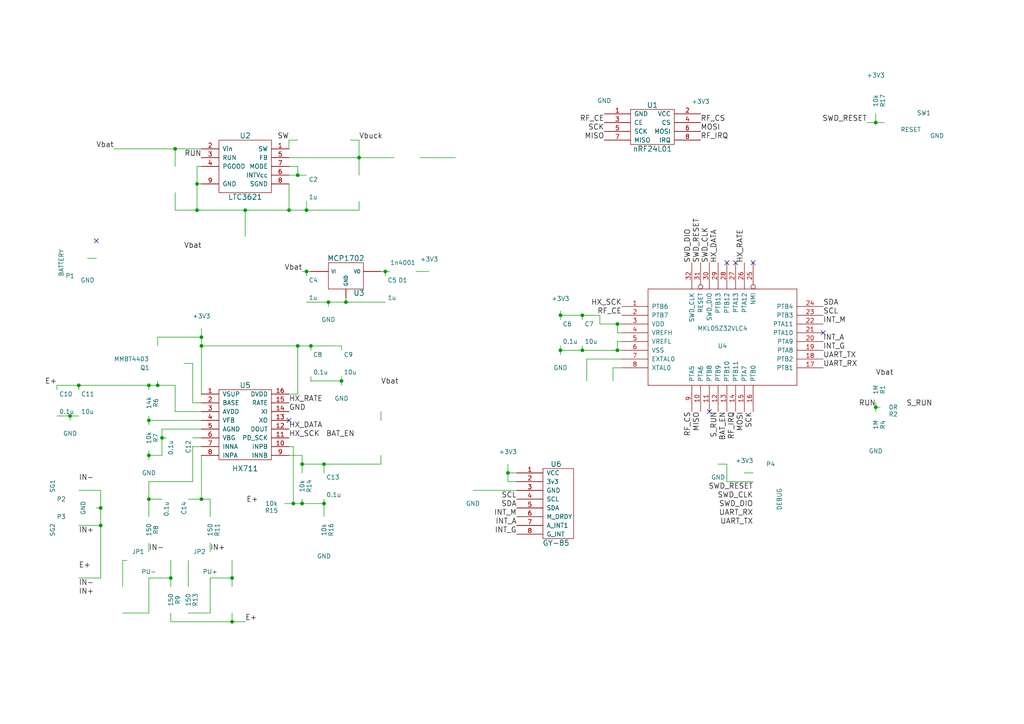
<source format=kicad_sch>
(kicad_sch (version 20230121) (generator eeschema)
  (paper "A4")
  (lib_symbols
    (symbol "pullometer:GY-85" (pin_names (offset 1.016))
      (property "Reference" "U" (at 0 11.43 0))
      (property "Value" "GY-85" (at 0 -11.43 0))
      (symbol "GY-85_0_1"
        (rectangle (start -3.81 10.16) (end 5.08 -10.16))
      )
      (symbol "GY-85_1_1"
        (pin power_in line (at -11.43 8.89 0) (length 7.62) (name "VCC") (number "1"))
        (pin power_in line (at -11.43 6.35 0) (length 7.62) (name "3v3") (number "2"))
        (pin power_in line (at -11.43 3.81 0) (length 7.62) (name "GND") (number "3"))
        (pin bidirectional line (at -11.43 1.27 0) (length 7.62) (name "SCL") (number "4"))
        (pin bidirectional line (at -11.43 -1.27 0) (length 7.62) (name "SDA") (number "5"))
        (pin output line (at -11.43 -3.81 0) (length 7.62) (name "M_DRDY") (number "6"))
        (pin output line (at -11.43 -6.35 0) (length 7.62) (name "A_INT1") (number "7"))
        (pin output line (at -11.43 -8.89 0) (length 7.62) (name "G_INT") (number "8"))
      )
    )
    (symbol "pullometer:HX711" (pin_names (offset 1.016))
      (property "Reference" "U" (at 0 10.16 0))
      (property "Value" "HX711" (at 0 -13.97 0))
      (symbol "HX711_0_1"
        (rectangle (start -7.62 8.89) (end 7.62 -11.43))
      )
      (symbol "HX711_1_1"
        (pin power_in line (at -12.7 7.62 0) (length 5.08) (name "VSUP") (number "1"))
        (pin input line (at 12.7 -7.62 180) (length 5.08) (name "INPB") (number "10"))
        (pin input line (at 12.7 -5.08 180) (length 5.08) (name "PD_SCK") (number "11"))
        (pin output line (at 12.7 -2.54 180) (length 5.08) (name "DOUT") (number "12"))
        (pin output line (at 12.7 0 180) (length 5.08) (name "XO") (number "13"))
        (pin input line (at 12.7 2.54 180) (length 5.08) (name "XI") (number "14"))
        (pin input line (at 12.7 5.08 180) (length 5.08) (name "RATE") (number "15"))
        (pin power_in line (at 12.7 7.62 180) (length 5.08) (name "DVDD") (number "16"))
        (pin output line (at -12.7 5.08 0) (length 5.08) (name "BASE") (number "2"))
        (pin power_in line (at -12.7 2.54 0) (length 5.08) (name "AVDD") (number "3"))
        (pin input line (at -12.7 0 0) (length 5.08) (name "VFB") (number "4"))
        (pin power_in line (at -12.7 -2.54 0) (length 5.08) (name "AGND") (number "5"))
        (pin output line (at -12.7 -5.08 0) (length 5.08) (name "VBG") (number "6"))
        (pin input line (at -12.7 -7.62 0) (length 5.08) (name "INNA") (number "7"))
        (pin input line (at -12.7 -10.16 0) (length 5.08) (name "INPA") (number "8"))
        (pin input line (at 12.7 -10.16 180) (length 5.08) (name "INNB") (number "9"))
      )
    )
    (symbol "pullometer:LTC3621" (pin_names (offset 1.016))
      (property "Reference" "U" (at 0 10.16 0))
      (property "Value" "LTC3621" (at 0 -7.62 0))
      (symbol "LTC3621_0_1"
        (rectangle (start -7.62 8.89) (end 7.62 -6.35))
      )
      (symbol "LTC3621_1_1"
        (pin power_out line (at 12.7 6.35 180) (length 5.08) (name "SW") (number "1"))
        (pin power_in line (at -12.7 6.35 0) (length 5.08) (name "Vin") (number "2"))
        (pin input line (at -12.7 3.81 0) (length 5.08) (name "RUN") (number "3"))
        (pin open_collector line (at -12.7 1.27 0) (length 5.08) (name "PGOOD") (number "4"))
        (pin input line (at 12.7 3.81 180) (length 5.08) (name "FB") (number "5"))
        (pin power_out line (at 12.7 -1.27 180) (length 5.08) (name "INTVcc") (number "6"))
        (pin input line (at 12.7 1.27 180) (length 5.08) (name "MODE") (number "7"))
        (pin power_in line (at 12.7 -3.81 180) (length 5.08) (name "SGND") (number "8"))
        (pin power_in line (at -12.7 -3.81 0) (length 5.08) (name "GND") (number "9"))
      )
    )
    (symbol "pullometer:MCP1702" (pin_numbers hide) (pin_names (offset 0.762))
      (property "Reference" "U" (at 3.81 -4.9784 0))
      (property "Value" "MCP1702" (at 0 5.08 0))
      (symbol "MCP1702_0_1"
        (rectangle (start -5.08 -3.81) (end 5.08 3.81))
      )
      (symbol "MCP1702_1_1"
        (pin input line (at 0 -6.35 90) (length 2.54) (name "GND") (number "1"))
        (pin power_out line (at 10.16 1.27 180) (length 5.08) (name "VO") (number "2"))
        (pin power_in line (at -10.16 1.27 0) (length 5.08) (name "VI") (number "3"))
      )
    )
    (symbol "pullometer:MKL05Z32VLC4" (pin_names (offset 1.016))
      (property "Reference" "U" (at 0 -2.54 0))
      (property "Value" "MKL05Z32VLC4" (at 0 2.54 0))
      (symbol "MKL05Z32VLC4_1_0"
        (rectangle (start -21.59 -13.97) (end 21.59 13.97))
      )
      (symbol "MKL05Z32VLC4_1_1"
        (pin unspecified line (at -29.21 8.89 0) (length 7.62) (name "PTB6") (number "1"))
        (pin unspecified line (at -6.35 -21.59 90) (length 7.62) (name "PTA6") (number "10"))
        (pin unspecified line (at -3.81 -21.59 90) (length 7.62) (name "PTB8") (number "11"))
        (pin unspecified line (at -1.27 -21.59 90) (length 7.62) (name "PTB9") (number "12"))
        (pin unspecified line (at 1.27 -21.59 90) (length 7.62) (name "PTB10") (number "13"))
        (pin unspecified line (at 3.81 -21.59 90) (length 7.62) (name "PTB11") (number "14"))
        (pin unspecified line (at 6.35 -21.59 90) (length 7.62) (name "PTA7") (number "15"))
        (pin unspecified line (at 8.89 -21.59 90) (length 7.62) (name "PTB0") (number "16"))
        (pin unspecified line (at 29.21 -8.89 180) (length 7.62) (name "PTB1") (number "17"))
        (pin unspecified line (at 29.21 -6.35 180) (length 7.62) (name "PTB2") (number "18"))
        (pin unspecified line (at 29.21 -3.81 180) (length 7.62) (name "PTA8") (number "19"))
        (pin unspecified line (at -29.21 6.35 0) (length 7.62) (name "PTB7") (number "2"))
        (pin unspecified line (at 29.21 -1.27 180) (length 7.62) (name "PTA9") (number "20"))
        (pin unspecified line (at 29.21 1.27 180) (length 7.62) (name "PTA10") (number "21"))
        (pin unspecified line (at 29.21 3.81 180) (length 7.62) (name "PTA11") (number "22"))
        (pin unspecified line (at 29.21 6.35 180) (length 7.62) (name "PTB3") (number "23"))
        (pin unspecified line (at 29.21 8.89 180) (length 7.62) (name "PTB4") (number "24"))
        (pin input inverted (at 8.89 21.59 270) (length 7.62) (name "NMI") (number "25"))
        (pin unspecified line (at 6.35 21.59 270) (length 7.62) (name "PTA12") (number "26"))
        (pin unspecified line (at 3.81 21.59 270) (length 7.62) (name "PTA13") (number "27"))
        (pin unspecified line (at 1.27 21.59 270) (length 7.62) (name "PTB12") (number "28"))
        (pin unspecified line (at -1.27 21.59 270) (length 7.62) (name "PTB13") (number "29"))
        (pin power_in line (at -29.21 3.81 0) (length 7.62) (name "VDD") (number "3"))
        (pin bidirectional line (at -3.81 21.59 270) (length 7.62) (name "SWD_DIO") (number "30"))
        (pin input inverted (at -6.35 21.59 270) (length 7.62) (name "RESET") (number "31"))
        (pin input line (at -8.89 21.59 270) (length 7.62) (name "SWD_CLK") (number "32"))
        (pin unspecified line (at -29.21 1.27 0) (length 7.62) (name "VREFH") (number "4"))
        (pin unspecified line (at -29.21 -1.27 0) (length 7.62) (name "VREFL") (number "5"))
        (pin power_in line (at -29.21 -3.81 0) (length 7.62) (name "VSS") (number "6"))
        (pin unspecified line (at -29.21 -6.35 0) (length 7.62) (name "EXTAL0") (number "7"))
        (pin unspecified line (at -29.21 -8.89 0) (length 7.62) (name "XTAL0") (number "8"))
        (pin unspecified line (at -8.89 -21.59 90) (length 7.62) (name "PTA5") (number "9"))
      )
    )
    (symbol "pullometer:nRF24L01" (pin_names (offset 1.016))
      (property "Reference" "U" (at 0 6.35 0))
      (property "Value" "nRF24L01" (at 0 -6.35 0))
      (symbol "nRF24L01_0_1"
        (rectangle (start -6.35 5.08) (end 6.35 -5.08))
      )
      (symbol "nRF24L01_1_1"
        (pin power_in line (at -13.97 3.81 0) (length 7.62) (name "GND") (number "1"))
        (pin power_in line (at 13.97 3.81 180) (length 7.62) (name "VCC") (number "2"))
        (pin input line (at -13.97 1.27 0) (length 7.62) (name "CE") (number "3"))
        (pin input line (at 13.97 1.27 180) (length 7.62) (name "CS") (number "4"))
        (pin input line (at -13.97 -1.27 0) (length 7.62) (name "SCK") (number "5"))
        (pin input line (at 13.97 -1.27 180) (length 7.62) (name "MOSI") (number "6"))
        (pin output line (at -13.97 -3.81 0) (length 7.62) (name "MISO") (number "7"))
        (pin output line (at 13.97 -3.81 180) (length 7.62) (name "IRQ") (number "8"))
      )
    )
  )
  (junction (at 85.09 146.05))
  (junction (at 43.18 111.76))
  (junction (at 90.17 100.33))
  (junction (at 43.18 121.92))
  (junction (at 168.91 101.6))
  (junction (at 67.31 167.64))
  (junction (at 168.91 91.44))
  (junction (at 179.07 101.6))
  (junction (at 50.8 43.18))
  (junction (at 43.18 132.08))
  (junction (at 254 35.56))
  (junction (at 46.99 127))
  (junction (at 254 118.11))
  (junction (at 86.36 50.8))
  (junction (at 162.56 101.6))
  (junction (at 87.63 146.05))
  (junction (at 20.32 120.65))
  (junction (at 162.56 91.44))
  (junction (at 86.36 100.33))
  (junction (at 29.21 147.32))
  (junction (at 71.12 60.96))
  (junction (at 99.06 110.49))
  (junction (at 29.21 152.4))
  (junction (at 100.33 87.63))
  (junction (at 43.18 144.78))
  (junction (at 22.86 111.76))
  (junction (at 93.98 134.62))
  (junction (at 87.63 134.62))
  (junction (at 93.98 146.05))
  (junction (at 104.14 45.72))
  (junction (at 111.76 78.74))
  (junction (at 95.25 87.63))
  (junction (at 147.32 137.16))
  (junction (at 58.42 100.33))
  (junction (at 88.9 78.74))
  (junction (at 57.15 53.34))
  (junction (at 88.9 60.96))
  (junction (at 57.15 60.96))
  (junction (at 67.31 180.34))
  (junction (at 58.42 144.78))
  (junction (at 58.42 97.79))
  (junction (at 45.72 111.76))
  (junction (at 179.07 93.98))
  (junction (at 49.53 167.64))
  (junction (at 83.82 60.96))
  (no_connect (at 210.82 76.2))
  (no_connect (at 27.94 69.85))
  (no_connect (at 205.74 119.38))
  (no_connect (at 213.36 76.2))
  (no_connect (at 238.76 96.52))
  (no_connect (at 218.44 76.2))
  (no_connect (at 83.82 121.92))
  (wire (pts (xy 29.21 142.24) (xy 22.86 142.24)))
  (wire (pts (xy 210.82 139.7) (xy 218.44 139.7)))
  (wire (pts (xy 49.53 162.56) (xy 49.53 167.64)))
  (wire (pts (xy 88.9 78.74) (xy 88.9 80.01)))
  (wire (pts (xy 54.61 177.8) (xy 60.96 177.8)))
  (wire (pts (xy 111.76 80.01) (xy 111.76 78.74)))
  (wire (pts (xy 93.98 134.62) (xy 110.49 134.62)))
  (wire (pts (xy 43.18 144.78) (xy 46.99 144.78)))
  (wire (pts (xy 86.36 48.26) (xy 86.36 50.8)))
  (wire (pts (xy 254 118.11) (xy 255.27 118.11)))
  (wire (pts (xy 45.72 97.79) (xy 58.42 97.79)))
  (wire (pts (xy 83.82 50.8) (xy 86.36 50.8)))
  (wire (pts (xy 86.36 100.33) (xy 90.17 100.33)))
  (wire (pts (xy 254 118.11) (xy 254 119.38)))
  (wire (pts (xy 35.56 170.18) (xy 35.56 162.56)))
  (wire (pts (xy 95.25 87.63) (xy 95.25 88.9)))
  (wire (pts (xy 179.07 93.98) (xy 180.34 93.98)))
  (wire (pts (xy 67.31 180.34) (xy 71.12 180.34)))
  (wire (pts (xy 83.82 45.72) (xy 104.14 45.72)))
  (wire (pts (xy 251.46 35.56) (xy 254 35.56)))
  (wire (pts (xy 29.21 147.32) (xy 27.94 147.32)))
  (wire (pts (xy 99.06 100.33) (xy 99.06 101.6)))
  (wire (pts (xy 87.63 134.62) (xy 87.63 137.16)))
  (wire (pts (xy 45.72 111.76) (xy 50.8 111.76)))
  (wire (pts (xy 29.21 147.32) (xy 29.21 152.4)))
  (wire (pts (xy 180.34 104.14) (xy 170.18 104.14)))
  (wire (pts (xy 104.14 45.72) (xy 104.14 50.8)))
  (wire (pts (xy 104.14 60.96) (xy 104.14 58.42)))
  (wire (pts (xy 87.63 78.74) (xy 88.9 78.74)))
  (wire (pts (xy 90.17 100.33) (xy 99.06 100.33)))
  (wire (pts (xy 43.18 121.92) (xy 43.18 123.19)))
  (wire (pts (xy 179.07 101.6) (xy 180.34 101.6)))
  (wire (pts (xy 55.88 116.84) (xy 55.88 105.41)))
  (wire (pts (xy 58.42 127) (xy 55.88 127)))
  (wire (pts (xy 99.06 110.49) (xy 99.06 111.76)))
  (wire (pts (xy 43.18 139.7) (xy 55.88 139.7)))
  (wire (pts (xy 50.8 119.38) (xy 58.42 119.38)))
  (wire (pts (xy 50.8 60.96) (xy 57.15 60.96)))
  (wire (pts (xy 147.32 139.7) (xy 149.86 139.7)))
  (wire (pts (xy 57.15 60.96) (xy 71.12 60.96)))
  (wire (pts (xy 43.18 111.76) (xy 43.18 113.03)))
  (wire (pts (xy 29.21 152.4) (xy 29.21 167.64)))
  (wire (pts (xy 168.91 92.71) (xy 168.91 91.44)))
  (wire (pts (xy 162.56 101.6) (xy 162.56 102.87)))
  (wire (pts (xy 168.91 91.44) (xy 173.99 91.44)))
  (wire (pts (xy 88.9 60.96) (xy 88.9 58.42)))
  (wire (pts (xy 104.14 40.64) (xy 101.6 40.64)))
  (wire (pts (xy 46.99 132.08) (xy 43.18 132.08)))
  (wire (pts (xy 100.33 87.63) (xy 100.33 86.36)))
  (wire (pts (xy 20.32 120.65) (xy 22.86 120.65)))
  (wire (pts (xy 16.51 120.65) (xy 20.32 120.65)))
  (wire (pts (xy 85.09 146.05) (xy 87.63 146.05)))
  (wire (pts (xy 149.86 137.16) (xy 147.32 137.16)))
  (wire (pts (xy 104.14 45.72) (xy 114.3 45.72)))
  (wire (pts (xy 90.17 100.33) (xy 90.17 101.6)))
  (wire (pts (xy 218.44 137.16) (xy 215.9 137.16)))
  (wire (pts (xy 16.51 111.76) (xy 22.86 111.76)))
  (wire (pts (xy 46.99 124.46) (xy 58.42 124.46)))
  (wire (pts (xy 121.92 45.72) (xy 132.08 45.72)))
  (wire (pts (xy 111.76 78.74) (xy 113.03 78.74)))
  (wire (pts (xy 57.15 48.26) (xy 58.42 48.26)))
  (wire (pts (xy 43.18 132.08) (xy 43.18 133.35)))
  (wire (pts (xy 99.06 110.49) (xy 90.17 110.49)))
  (wire (pts (xy 95.25 87.63) (xy 100.33 87.63)))
  (wire (pts (xy 58.42 97.79) (xy 58.42 100.33)))
  (wire (pts (xy 71.12 60.96) (xy 83.82 60.96)))
  (wire (pts (xy 179.07 99.06) (xy 180.34 99.06)))
  (wire (pts (xy 93.98 134.62) (xy 93.98 137.16)))
  (wire (pts (xy 87.63 132.08) (xy 87.63 134.62)))
  (wire (pts (xy 50.8 43.18) (xy 58.42 43.18)))
  (wire (pts (xy 27.94 74.93) (xy 25.4 74.93)))
  (wire (pts (xy 67.31 177.8) (xy 67.31 180.34)))
  (wire (pts (xy 86.36 50.8) (xy 88.9 50.8)))
  (wire (pts (xy 33.02 43.18) (xy 50.8 43.18)))
  (wire (pts (xy 170.18 104.14) (xy 170.18 110.49)))
  (wire (pts (xy 58.42 100.33) (xy 58.42 114.3)))
  (wire (pts (xy 71.12 60.96) (xy 71.12 68.58)))
  (wire (pts (xy 50.8 55.88) (xy 50.8 60.96)))
  (wire (pts (xy 210.82 134.62) (xy 210.82 139.7)))
  (wire (pts (xy 168.91 101.6) (xy 168.91 100.33)))
  (wire (pts (xy 43.18 167.64) (xy 43.18 177.8)))
  (wire (pts (xy 147.32 134.62) (xy 147.32 137.16)))
  (wire (pts (xy 54.61 144.78) (xy 58.42 144.78)))
  (wire (pts (xy 86.36 114.3) (xy 86.36 100.33)))
  (wire (pts (xy 82.55 146.05) (xy 85.09 146.05)))
  (wire (pts (xy 58.42 144.78) (xy 60.96 144.78)))
  (wire (pts (xy 43.18 177.8) (xy 35.56 177.8)))
  (wire (pts (xy 87.63 146.05) (xy 87.63 144.78)))
  (wire (pts (xy 120.65 78.74) (xy 124.46 78.74)))
  (wire (pts (xy 16.51 111.76) (xy 16.51 113.03)))
  (wire (pts (xy 162.56 101.6) (xy 168.91 101.6)))
  (wire (pts (xy 162.56 91.44) (xy 168.91 91.44)))
  (wire (pts (xy 147.32 137.16) (xy 147.32 139.7)))
  (wire (pts (xy 83.82 114.3) (xy 86.36 114.3)))
  (wire (pts (xy 60.96 167.64) (xy 67.31 167.64)))
  (wire (pts (xy 57.15 48.26) (xy 57.15 53.34)))
  (wire (pts (xy 149.86 142.24) (xy 137.16 142.24)))
  (wire (pts (xy 162.56 90.17) (xy 162.56 91.44)))
  (wire (pts (xy 83.82 48.26) (xy 86.36 48.26)))
  (wire (pts (xy 58.42 116.84) (xy 55.88 116.84)))
  (wire (pts (xy 88.9 60.96) (xy 104.14 60.96)))
  (wire (pts (xy 90.17 110.49) (xy 90.17 109.22)))
  (wire (pts (xy 49.53 180.34) (xy 67.31 180.34)))
  (wire (pts (xy 20.32 121.92) (xy 20.32 120.65)))
  (wire (pts (xy 254 116.84) (xy 254 118.11)))
  (wire (pts (xy 49.53 167.64) (xy 49.53 170.18)))
  (wire (pts (xy 46.99 127) (xy 46.99 132.08)))
  (wire (pts (xy 49.53 167.64) (xy 43.18 167.64)))
  (wire (pts (xy 85.09 129.54) (xy 83.82 129.54)))
  (wire (pts (xy 85.09 146.05) (xy 85.09 129.54)))
  (wire (pts (xy 179.07 96.52) (xy 179.07 93.98)))
  (wire (pts (xy 60.96 157.48) (xy 60.96 160.02)))
  (wire (pts (xy 50.8 111.76) (xy 50.8 119.38)))
  (wire (pts (xy 48.26 127) (xy 46.99 127)))
  (wire (pts (xy 110.49 134.62) (xy 110.49 132.08)))
  (wire (pts (xy 100.33 87.63) (xy 111.76 87.63)))
  (wire (pts (xy 43.18 111.76) (xy 45.72 111.76)))
  (wire (pts (xy 35.56 162.56) (xy 36.83 162.56)))
  (wire (pts (xy 57.15 53.34) (xy 57.15 60.96)))
  (wire (pts (xy 173.99 91.44) (xy 173.99 93.98)))
  (wire (pts (xy 29.21 152.4) (xy 22.86 152.4)))
  (wire (pts (xy 46.99 124.46) (xy 46.99 127)))
  (wire (pts (xy 88.9 78.74) (xy 90.17 78.74)))
  (wire (pts (xy 67.31 162.56) (xy 67.31 167.64)))
  (wire (pts (xy 50.8 48.26) (xy 50.8 43.18)))
  (wire (pts (xy 99.06 109.22) (xy 99.06 110.49)))
  (wire (pts (xy 104.14 40.64) (xy 104.14 45.72)))
  (wire (pts (xy 87.63 146.05) (xy 93.98 146.05)))
  (wire (pts (xy 55.88 129.54) (xy 58.42 129.54)))
  (wire (pts (xy 55.88 105.41) (xy 53.34 105.41)))
  (wire (pts (xy 177.8 110.49) (xy 177.8 106.68)))
  (wire (pts (xy 93.98 146.05) (xy 93.98 149.86)))
  (wire (pts (xy 22.86 111.76) (xy 22.86 113.03)))
  (wire (pts (xy 83.82 60.96) (xy 88.9 60.96)))
  (wire (pts (xy 49.53 177.8) (xy 49.53 180.34)))
  (wire (pts (xy 54.61 162.56) (xy 54.61 170.18)))
  (wire (pts (xy 57.15 53.34) (xy 58.42 53.34)))
  (wire (pts (xy 45.72 100.33) (xy 45.72 97.79)))
  (wire (pts (xy 173.99 93.98) (xy 179.07 93.98)))
  (wire (pts (xy 60.96 177.8) (xy 60.96 167.64)))
  (wire (pts (xy 87.63 134.62) (xy 93.98 134.62)))
  (wire (pts (xy 43.18 144.78) (xy 43.18 149.86)))
  (wire (pts (xy 168.91 101.6) (xy 179.07 101.6)))
  (wire (pts (xy 29.21 142.24) (xy 29.21 147.32)))
  (wire (pts (xy 83.82 43.18) (xy 83.82 40.64)))
  (wire (pts (xy 58.42 95.25) (xy 58.42 97.79)))
  (wire (pts (xy 67.31 167.64) (xy 67.31 170.18)))
  (wire (pts (xy 162.56 100.33) (xy 162.56 101.6)))
  (wire (pts (xy 45.72 111.76) (xy 45.72 110.49)))
  (wire (pts (xy 29.21 167.64) (xy 22.86 167.64)))
  (wire (pts (xy 254 33.02) (xy 254 35.56)))
  (wire (pts (xy 43.18 120.65) (xy 43.18 121.92)))
  (wire (pts (xy 208.28 134.62) (xy 210.82 134.62)))
  (wire (pts (xy 43.18 139.7) (xy 43.18 144.78)))
  (wire (pts (xy 83.82 60.96) (xy 83.82 53.34)))
  (wire (pts (xy 55.88 139.7) (xy 55.88 129.54)))
  (wire (pts (xy 93.98 144.78) (xy 93.98 146.05)))
  (wire (pts (xy 179.07 101.6) (xy 179.07 99.06)))
  (wire (pts (xy 58.42 100.33) (xy 86.36 100.33)))
  (wire (pts (xy 43.18 130.81) (xy 43.18 132.08)))
  (wire (pts (xy 162.56 91.44) (xy 162.56 92.71)))
  (wire (pts (xy 83.82 40.64) (xy 86.36 40.64)))
  (wire (pts (xy 88.9 87.63) (xy 95.25 87.63)))
  (wire (pts (xy 177.8 106.68) (xy 180.34 106.68)))
  (wire (pts (xy 110.49 121.92) (xy 110.49 119.38)))
  (wire (pts (xy 87.63 132.08) (xy 83.82 132.08)))
  (wire (pts (xy 254 35.56) (xy 256.54 35.56)))
  (wire (pts (xy 22.86 111.76) (xy 43.18 111.76)))
  (wire (pts (xy 58.42 132.08) (xy 58.42 144.78)))
  (wire (pts (xy 180.34 96.52) (xy 179.07 96.52)))
  (wire (pts (xy 110.49 78.74) (xy 111.76 78.74)))
  (wire (pts (xy 43.18 157.48) (xy 43.18 160.02)))
  (wire (pts (xy 43.18 121.92) (xy 58.42 121.92)))
  (wire (pts (xy 60.96 144.78) (xy 60.96 149.86)))
  (label "RUN" (at 58.42 45.72 180) (effects (font (size 1.524 1.524))))
  (label "HX_DATA" (at 208.28 76.2 90) (effects (font (size 1.524 1.524))))
  (label "IN+" (at 22.86 154.94 0) (effects (font (size 1.524 1.524))))
  (label "RUN" (at 254 118.11 180) (effects (font (size 1.524 1.524))))
  (label "HX_SCK" (at 180.34 88.9 180) (effects (font (size 1.524 1.524))))
  (label "SDA" (at 238.76 88.9 0) (effects (font (size 1.524 1.524))))
  (label "BAT_EN" (at 210.82 119.38 270) (effects (font (size 1.524 1.524))))
  (label "E+" (at 74.93 146.05 180) (effects (font (size 1.524 1.524))))
  (label "IN-" (at 22.86 139.7 0) (effects (font (size 1.524 1.524))))
  (label "IN+" (at 22.86 172.72 0) (effects (font (size 1.524 1.524))))
  (label "INT_A" (at 238.76 99.06 0) (effects (font (size 1.524 1.524))))
  (label "BAT_EN" (at 102.87 127 180) (effects (font (size 1.524 1.524))))
  (label "SWD_RESET" (at 218.44 142.24 180) (effects (font (size 1.524 1.524))))
  (label "SWD_CLK" (at 218.44 144.78 180) (effects (font (size 1.524 1.524))))
  (label "RF_CE" (at 175.26 35.56 180) (effects (font (size 1.524 1.524))))
  (label "UART_TX" (at 218.44 152.4 180) (effects (font (size 1.524 1.524))))
  (label "INT_G" (at 238.76 101.6 0) (effects (font (size 1.524 1.524))))
  (label "SWD_CLK" (at 205.74 76.2 90) (effects (font (size 1.524 1.524))))
  (label "RF_CE" (at 180.34 91.44 180) (effects (font (size 1.524 1.524))))
  (label "HX_SCK" (at 83.82 127 0) (effects (font (size 1.524 1.524))))
  (label "E+" (at 71.12 180.34 0) (effects (font (size 1.524 1.524))))
  (label "Vbat" (at 87.63 78.74 180) (effects (font (size 1.524 1.524))))
  (label "SWD_RESET" (at 203.2 76.2 90) (effects (font (size 1.524 1.524))))
  (label "UART_TX" (at 238.76 104.14 0) (effects (font (size 1.524 1.524))))
  (label "SCK" (at 218.44 119.38 270) (effects (font (size 1.524 1.524))))
  (label "UART_RX" (at 238.76 106.68 0) (effects (font (size 1.524 1.524))))
  (label "IN-" (at 43.18 160.02 0) (effects (font (size 1.524 1.524))))
  (label "S_RUN" (at 208.28 119.38 270) (effects (font (size 1.524 1.524))))
  (label "Vbat" (at 33.02 43.18 180) (effects (font (size 1.524 1.524))))
  (label "MISO" (at 175.26 40.64 180) (effects (font (size 1.524 1.524))))
  (label "E+" (at 22.86 165.1 0) (effects (font (size 1.524 1.524))))
  (label "Vbat" (at 254 109.22 0) (effects (font (size 1.524 1.524))))
  (label "HX_RATE" (at 215.9 76.2 90) (effects (font (size 1.524 1.524))))
  (label "HX_RATE" (at 83.82 116.84 0) (effects (font (size 1.524 1.524))))
  (label "INT_A" (at 149.86 152.4 180) (effects (font (size 1.524 1.524))))
  (label "SW" (at 83.82 40.64 180) (effects (font (size 1.524 1.524))))
  (label "S_RUN" (at 262.89 118.11 0) (effects (font (size 1.524 1.524))))
  (label "INT_M" (at 149.86 149.86 180) (effects (font (size 1.524 1.524))))
  (label "SCL" (at 238.76 91.44 0) (effects (font (size 1.524 1.524))))
  (label "INT_G" (at 149.86 154.94 180) (effects (font (size 1.524 1.524))))
  (label "Vbuck" (at 104.14 40.64 0) (effects (font (size 1.524 1.524))))
  (label "MOSI" (at 203.2 38.1 0) (effects (font (size 1.524 1.524))))
  (label "UART_RX" (at 218.44 149.86 180) (effects (font (size 1.524 1.524))))
  (label "IN+" (at 60.96 160.02 0) (effects (font (size 1.524 1.524))))
  (label "HX_DATA" (at 83.82 124.46 0) (effects (font (size 1.524 1.524))))
  (label "SCL" (at 149.86 144.78 180) (effects (font (size 1.524 1.524))))
  (label "E+" (at 16.51 111.76 180) (effects (font (size 1.524 1.524))))
  (label "RF_CS" (at 203.2 35.56 0) (effects (font (size 1.524 1.524))))
  (label "Vbat" (at 53.34 72.39 0) (effects (font (size 1.524 1.524))))
  (label "MISO" (at 203.2 119.38 270) (effects (font (size 1.524 1.524))))
  (label "SDA" (at 149.86 147.32 180) (effects (font (size 1.524 1.524))))
  (label "SWD_DIO" (at 200.66 76.2 90) (effects (font (size 1.524 1.524))))
  (label "RF_IRQ" (at 213.36 119.38 270) (effects (font (size 1.524 1.524))))
  (label "SWD_DIO" (at 218.44 147.32 180) (effects (font (size 1.524 1.524))))
  (label "RF_IRQ" (at 203.2 40.64 0) (effects (font (size 1.524 1.524))))
  (label "SCK" (at 175.26 38.1 180) (effects (font (size 1.524 1.524))))
  (label "Vbat" (at 110.49 111.76 0) (effects (font (size 1.524 1.524))))
  (label "GND" (at 83.82 119.38 0) (effects (font (size 1.524 1.524))))
  (label "INT_M" (at 238.76 93.98 0) (effects (font (size 1.524 1.524))))
  (label "SWD_RESET" (at 251.46 35.56 180) (effects (font (size 1.524 1.524))))
  (label "MOSI" (at 215.9 119.38 270) (effects (font (size 1.524 1.524))))
  (label "RF_CS" (at 200.66 119.38 270) (effects (font (size 1.524 1.524))))
  (label "IN-" (at 22.86 170.18 0) (effects (font (size 1.524 1.524))))
  (symbol (lib_id "C") (at 50.8 52.07 0) (unit 1)
    (property "Reference" "C1" (at 51.435 49.53 0) (effects (justify left)))
    (property "Value" "22u" (at 51.435 54.61 0) (effects (justify left)))
    (property "Footprint" "Capacitors_SMD:C_0805_HandSoldering" (effects hide))
  )
  (symbol (lib_id "C") (at 88.9 54.61 0) (unit 1)
    (property "Reference" "C2" (at 89.535 52.07 0) (effects (justify left)))
    (property "Value" "1u" (at 89.535 57.15 0) (effects (justify left)))
    (property "Footprint" "Capacitors_SMD:C_0805_HandSoldering" (effects hide))
  )
  (symbol (lib_id "INDUCTOR") (at 93.98 40.64 270) (unit 1)
    (property "Reference" "L1" (at 93.98 39.37 90))
    (property "Value" "4.7uH" (at 93.98 43.18 90))
    (property "Footprint" "Inductors_NEOSID:Neosid_Inductor_SMS-ME3015" (effects hide))
  )
  (symbol (lib_id "C") (at 104.14 54.61 0) (unit 1)
    (property "Reference" "C3" (at 104.775 52.07 0) (effects (justify left)))
    (property "Value" "22u" (at 104.775 57.15 0) (effects (justify left)))
    (property "Footprint" "Capacitors_SMD:C_0805_HandSoldering" (effects hide))
  )
  (symbol (lib_id "pullometer:LTC3621") (at 71.12 49.53 0) (unit 1)
    (property "Reference" "U2" (at 71.12 39.37 0) (effects (font (size 1.524 1.524))))
    (property "Value" "LTC3621" (at 71.12 57.15 0) (effects (font (size 1.524 1.524))))
    (property "Footprint" "Housings_SSOP:MSOP-8-1EP_3x3mm_Pitch0.65mm" (effects hide))
  )
  (symbol (lib_id "GND") (at 71.12 68.58 0) (unit 1)
    (property "Reference" "#PWR01" (effects hide))
    (property "Value" "GND" (at 71.12 72.39 0))
  )
  (symbol (lib_id "pullometer:HX711") (at 71.12 121.92 0) (unit 1)
    (property "Reference" "U5" (at 71.12 111.76 0) (effects (font (size 1.524 1.524))))
    (property "Value" "HX711" (at 71.12 135.89 0) (effects (font (size 1.524 1.524))))
    (property "Footprint" "Housings_SOIC:SOIC-16_3.9x9.9mm_Pitch1.27mm" (effects hide))
  )
  (symbol (lib_id "Q_PNP_BEC") (at 48.26 105.41 180) (unit 1)
    (property "Reference" "Q1" (at 40.64 106.68 0) (effects (justify right)))
    (property "Value" "MMBT4403" (at 33.02 104.14 0) (effects (justify right)))
    (property "Footprint" "Housings_SOT-23_SOT-143_TSOT-6:SOT-23_Handsoldering" (effects hide))
  )
  (symbol (lib_id "R") (at 43.18 116.84 0) (unit 1)
    (property "Reference" "R6" (at 45.212 116.84 90))
    (property "Value" "14k" (at 43.18 116.84 90))
    (property "Footprint" "Resistors_SMD:R_0805_HandSoldering" (effects hide))
  )
  (symbol (lib_id "R") (at 43.18 127 0) (unit 1)
    (property "Reference" "R7" (at 45.212 127 90))
    (property "Value" "10k" (at 43.18 127 90))
    (property "Footprint" "Resistors_SMD:R_0805_HandSoldering" (effects hide))
  )
  (symbol (lib_id "C") (at 52.07 127 270) (unit 1)
    (property "Reference" "C12" (at 54.61 127.635 0) (effects (justify left)))
    (property "Value" "0.1u" (at 49.53 127.635 0) (effects (justify left)))
    (property "Footprint" "Capacitors_SMD:C_0805_HandSoldering" (effects hide))
  )
  (symbol (lib_id "GND") (at 43.18 133.35 0) (unit 1)
    (property "Reference" "#PWR02" (effects hide))
    (property "Value" "GND" (at 43.18 137.16 0))
  )
  (symbol (lib_id "C") (at 50.8 144.78 270) (unit 1)
    (property "Reference" "C14" (at 53.34 145.415 0) (effects (justify left)))
    (property "Value" "0.1u" (at 48.26 145.415 0) (effects (justify left)))
    (property "Footprint" "Capacitors_SMD:C_0805_HandSoldering" (effects hide))
  )
  (symbol (lib_id "R") (at 43.18 153.67 0) (unit 1)
    (property "Reference" "R8" (at 45.212 153.67 90))
    (property "Value" "150" (at 43.18 153.67 90))
    (property "Footprint" "Resistors_SMD:R_0805_HandSoldering" (effects hide))
  )
  (symbol (lib_id "R") (at 60.96 153.67 0) (unit 1)
    (property "Reference" "R11" (at 62.992 153.67 90))
    (property "Value" "150" (at 60.96 153.67 90))
    (property "Footprint" "Resistors_SMD:R_0805_HandSoldering" (effects hide))
  )
  (symbol (lib_id "R") (at 35.56 173.99 0) (unit 1)
    (property "Reference" "R10" (at 37.592 173.99 90))
    (property "Value" "150" (at 35.56 173.99 90))
    (property "Footprint" "Resistors_SMD:R_0805_HandSoldering" (effects hide))
  )
  (symbol (lib_id "R") (at 49.53 173.99 0) (unit 1)
    (property "Reference" "R9" (at 51.562 173.99 90))
    (property "Value" "150" (at 49.53 173.99 90))
    (property "Footprint" "Resistors_SMD:R_0805_HandSoldering" (effects hide))
  )
  (symbol (lib_id "CONN_01X02") (at 17.78 140.97 180) (unit 1)
    (property "Reference" "P2" (at 17.78 144.78 0))
    (property "Value" "SG1" (at 15.24 140.97 90))
    (property "Footprint" "Pin_Headers:Pin_Header_Straight_1x02" (effects hide))
  )
  (symbol (lib_id "CONN_01X02") (at 17.78 153.67 0) (mirror y) (unit 1)
    (property "Reference" "P3" (at 17.78 149.86 0))
    (property "Value" "SG2" (at 15.24 153.67 90))
    (property "Footprint" "Pin_Headers:Pin_Header_Straight_1x02" (effects hide))
  )
  (symbol (lib_id "GND") (at 27.94 147.32 270) (unit 1)
    (property "Reference" "#PWR03" (effects hide))
    (property "Value" "GND" (at 24.13 147.32 0))
  )
  (symbol (lib_id "C") (at 16.51 116.84 0) (unit 1)
    (property "Reference" "C10" (at 17.145 114.3 0) (effects (justify left)))
    (property "Value" "0.1u" (at 17.145 119.38 0) (effects (justify left)))
    (property "Footprint" "Capacitors_SMD:C_0805_HandSoldering" (effects hide))
  )
  (symbol (lib_id "C") (at 22.86 116.84 0) (unit 1)
    (property "Reference" "C11" (at 23.495 114.3 0) (effects (justify left)))
    (property "Value" "10u" (at 23.495 119.38 0) (effects (justify left)))
    (property "Footprint" "Capacitors_SMD:C_0805_HandSoldering" (effects hide))
  )
  (symbol (lib_id "GND") (at 20.32 121.92 0) (unit 1)
    (property "Reference" "#PWR04" (effects hide))
    (property "Value" "GND" (at 20.32 125.73 0))
  )
  (symbol (lib_id "C") (at 90.17 105.41 0) (unit 1)
    (property "Reference" "C8" (at 90.805 102.87 0) (effects (justify left)))
    (property "Value" "0.1u" (at 90.805 107.95 0) (effects (justify left)))
    (property "Footprint" "Capacitors_SMD:C_0805_HandSoldering" (effects hide))
  )
  (symbol (lib_id "C") (at 99.06 105.41 0) (unit 1)
    (property "Reference" "C9" (at 99.695 102.87 0) (effects (justify left)))
    (property "Value" "10u" (at 99.695 107.95 0) (effects (justify left)))
    (property "Footprint" "Capacitors_SMD:C_0805_HandSoldering" (effects hide))
  )
  (symbol (lib_id "GND") (at 99.06 111.76 0) (unit 1)
    (property "Reference" "#PWR05" (effects hide))
    (property "Value" "GND" (at 99.06 115.57 0))
  )
  (symbol (lib_id "+3V3") (at 132.08 45.72 0) (unit 1)
    (property "Reference" "#PWR06" (effects hide))
    (property "Value" "+3V3" (at 132.08 42.164 0))
  )
  (symbol (lib_id "+3V3") (at 58.42 95.25 0) (unit 1)
    (property "Reference" "#PWR07" (effects hide))
    (property "Value" "+3V3" (at 58.42 91.694 0))
  )
  (symbol (lib_id "pullometer:MKL05Z32VLC4") (at 209.55 97.79 0) (unit 1)
    (property "Reference" "U4" (at 209.55 100.33 0))
    (property "Value" "MKL05Z32VLC4" (at 209.55 95.25 0))
    (property "Footprint" "Housings_QFP:LQFP-32_7x7mm_Pitch0.8mm" (effects hide))
    (property "Datasheet" "DOCUMENTATION" (effects hide))
  )
  (symbol (lib_id "C") (at 168.91 96.52 0) (unit 1)
    (property "Reference" "C7" (at 169.545 93.98 0) (effects (justify left)))
    (property "Value" "10u" (at 169.545 99.06 0) (effects (justify left)))
    (property "Footprint" "Capacitors_SMD:C_0805_HandSoldering" (effects hide))
  )
  (symbol (lib_id "GND") (at 162.56 102.87 0) (unit 1)
    (property "Reference" "#PWR08" (effects hide))
    (property "Value" "GND" (at 162.56 106.68 0))
  )
  (symbol (lib_id "C") (at 162.56 96.52 0) (unit 1)
    (property "Reference" "C6" (at 163.195 93.98 0) (effects (justify left)))
    (property "Value" "0.1u" (at 163.195 99.06 0) (effects (justify left)))
    (property "Footprint" "Capacitors_SMD:C_0805_HandSoldering" (effects hide))
  )
  (symbol (lib_id "+3V3") (at 162.56 90.17 0) (unit 1)
    (property "Reference" "#PWR09" (effects hide))
    (property "Value" "+3V3" (at 162.56 86.614 0))
  )
  (symbol (lib_id "pullometer:nRF24L01") (at 189.23 36.83 0) (unit 1)
    (property "Reference" "U1" (at 189.23 30.48 0) (effects (font (size 1.524 1.524))))
    (property "Value" "nRF24L01" (at 189.23 43.18 0) (effects (font (size 1.524 1.524))))
    (property "Footprint" "Pin_Headers:Pin_Header_Straight_2x04" (effects hide))
  )
  (symbol (lib_id "+3V3") (at 203.2 33.02 0) (unit 1)
    (property "Reference" "#PWR010" (effects hide))
    (property "Value" "+3V3" (at 203.2 29.464 0))
  )
  (symbol (lib_id "GND") (at 175.26 33.02 180) (unit 1)
    (property "Reference" "#PWR011" (effects hide))
    (property "Value" "GND" (at 175.26 29.21 0))
  )
  (symbol (lib_id "pullometer:GY-85") (at 161.29 146.05 0) (unit 1)
    (property "Reference" "U6" (at 161.29 134.62 0) (effects (font (size 1.524 1.524))))
    (property "Value" "GY-85" (at 161.29 157.48 0) (effects (font (size 1.524 1.524))))
    (property "Footprint" "Socket_Strips:Socket_Strip_Straight_1x08" (effects hide))
  )
  (symbol (lib_id "GND") (at 137.16 142.24 0) (unit 1)
    (property "Reference" "#PWR012" (effects hide))
    (property "Value" "GND" (at 137.16 146.05 0))
  )
  (symbol (lib_id "+3V3") (at 147.32 134.62 0) (unit 1)
    (property "Reference" "#PWR013" (effects hide))
    (property "Value" "+3V3" (at 147.32 131.064 0))
  )
  (symbol (lib_id "CONN_01X02") (at 20.32 76.2 180) (unit 1)
    (property "Reference" "P1" (at 20.32 80.01 0))
    (property "Value" "BATTERY" (at 17.78 76.2 90))
    (property "Footprint" "Pin_Headers:Pin_Header_Straight_1x02" (effects hide))
  )
  (symbol (lib_id "GND") (at 25.4 77.47 0) (unit 1)
    (property "Reference" "#PWR014" (effects hide))
    (property "Value" "GND" (at 25.4 81.28 0))
  )
  (symbol (lib_id "R") (at 93.98 153.67 0) (unit 1)
    (property "Reference" "R16" (at 96.012 153.67 90))
    (property "Value" "10k" (at 93.98 153.67 90))
    (property "Footprint" "Resistors_SMD:R_0805_HandSoldering" (effects hide))
  )
  (symbol (lib_id "R") (at 87.63 140.97 0) (unit 1)
    (property "Reference" "R14" (at 89.662 140.97 90))
    (property "Value" "10k" (at 87.63 140.97 90))
    (property "Footprint" "Resistors_SMD:R_0805_HandSoldering" (effects hide))
  )
  (symbol (lib_id "R") (at 78.74 146.05 270) (unit 1)
    (property "Reference" "R15" (at 78.74 148.082 90))
    (property "Value" "10k" (at 78.74 146.05 90))
    (property "Footprint" "Resistors_SMD:R_0805_HandSoldering" (effects hide))
  )
  (symbol (lib_id "R") (at 110.49 115.57 0) (unit 1)
    (property "Reference" "R5" (at 112.522 115.57 90))
    (property "Value" "2M" (at 110.49 115.57 90))
    (property "Footprint" "Resistors_SMD:R_0805_HandSoldering" (effects hide))
  )
  (symbol (lib_id "GND") (at 93.98 157.48 0) (unit 1)
    (property "Reference" "#PWR015" (effects hide))
    (property "Value" "GND" (at 93.98 161.29 0))
  )
  (symbol (lib_id "C") (at 93.98 140.97 0) (unit 1)
    (property "Reference" "C13" (at 94.615 138.43 0) (effects (justify left)))
    (property "Value" "0.1u" (at 94.615 143.51 0) (effects (justify left)))
    (property "Footprint" "Capacitors_SMD:C_0805_HandSoldering" (effects hide))
  )
  (symbol (lib_id "Q_NMOS_GSD") (at 107.95 127 0) (unit 1)
    (property "Reference" "Q2" (at 115.57 125.73 0) (effects (justify right)))
    (property "Value" "TMS2302CX" (at 124.46 128.27 0) (effects (justify right)))
    (property "Footprint" "Housings_SOT-23_SOT-143_TSOT-6:SOT-23_Handsoldering" (effects hide))
  )
  (symbol (lib_id "pullometer:MCP1702") (at 100.33 80.01 0) (unit 1)
    (property "Reference" "U3" (at 104.14 84.9884 0) (effects (font (size 1.524 1.524))))
    (property "Value" "MCP1702" (at 100.33 74.93 0) (effects (font (size 1.524 1.524))))
    (property "Footprint" "Housings_SOT-23_SOT-143_TSOT-6:SOT-23_Handsoldering" (effects hide))
  )
  (symbol (lib_id "GND") (at 95.25 88.9 0) (unit 1)
    (property "Reference" "#PWR016" (effects hide))
    (property "Value" "GND" (at 95.25 92.71 0))
  )
  (symbol (lib_id "D") (at 116.84 78.74 180) (unit 1)
    (property "Reference" "D1" (at 116.84 81.28 0))
    (property "Value" "1n4001" (at 116.84 76.2 0))
    (property "Footprint" "Diodes_ThroughHole:Diode_DO-41_SOD81_Horizontal_RM10" (effects hide))
  )
  (symbol (lib_id "C") (at 111.76 83.82 0) (unit 1)
    (property "Reference" "C5" (at 112.395 81.28 0) (effects (justify left)))
    (property "Value" "1u" (at 112.395 86.36 0) (effects (justify left)))
    (property "Footprint" "Capacitors_SMD:C_0805_HandSoldering" (effects hide))
  )
  (symbol (lib_id "+3V3") (at 124.46 78.74 0) (unit 1)
    (property "Reference" "#PWR017" (effects hide))
    (property "Value" "+3V3" (at 124.46 75.184 0))
  )
  (symbol (lib_id "R") (at 118.11 45.72 270) (unit 1)
    (property "Reference" "R3" (at 118.11 47.752 90))
    (property "Value" "0" (at 118.11 45.72 90))
    (property "Footprint" "Discret:R3-LARGE_PADS" (effects hide))
  )
  (symbol (lib_id "R") (at 254 123.19 0) (unit 1)
    (property "Reference" "R4" (at 256.032 123.19 90))
    (property "Value" "1M" (at 254 123.19 90))
    (property "Footprint" "Resistors_SMD:R_0805_HandSoldering" (effects hide))
  )
  (symbol (lib_id "C") (at 88.9 83.82 0) (unit 1)
    (property "Reference" "C4" (at 89.535 81.28 0) (effects (justify left)))
    (property "Value" "1u" (at 89.535 86.36 0) (effects (justify left)))
    (property "Footprint" "Capacitors_SMD:C_0805_HandSoldering" (effects hide))
  )
  (symbol (lib_id "SW_PUSH") (at 264.16 35.56 0) (unit 1)
    (property "Reference" "SW1" (at 267.97 32.766 0))
    (property "Value" "RESET" (at 264.16 37.592 0))
    (property "Footprint" "Buttons_Switches_ThroughHole:SW_PUSH_SMALL" (effects hide))
  )
  (symbol (lib_id "+3V3") (at 254 25.4 0) (unit 1)
    (property "Reference" "#PWR018" (effects hide))
    (property "Value" "+3V3" (at 254 21.844 0))
  )
  (symbol (lib_id "R") (at 254 29.21 0) (unit 1)
    (property "Reference" "R17" (at 256.032 29.21 90))
    (property "Value" "10k" (at 254 29.21 90))
    (property "Footprint" "Resistors_SMD:R_0805_HandSoldering" (effects hide))
  )
  (symbol (lib_id "GND") (at 271.78 35.56 0) (unit 1)
    (property "Reference" "#PWR019" (effects hide))
    (property "Value" "GND" (at 271.78 39.37 0))
  )
  (symbol (lib_id "CONN_01X07") (at 223.52 144.78 0) (unit 1)
    (property "Reference" "P4" (at 223.52 134.62 0))
    (property "Value" "DEBUG" (at 226.06 144.78 90))
    (property "Footprint" "Pin_Headers:Pin_Header_Straight_1x07" (effects hide))
  )
  (symbol (lib_id "GND") (at 208.28 134.62 0) (unit 1)
    (property "Reference" "#PWR020" (effects hide))
    (property "Value" "GND" (at 208.28 138.43 0))
  )
  (symbol (lib_id "+3V3") (at 215.9 137.16 0) (unit 1)
    (property "Reference" "#PWR021" (effects hide))
    (property "Value" "+3V3" (at 215.9 133.604 0))
  )
  (symbol (lib_id "Crystal") (at 173.99 110.49 0) (mirror y) (unit 1)
    (property "Reference" "Y1" (at 173.99 106.68 0))
    (property "Value" "32.768kHz" (at 173.99 114.3 0))
    (property "Footprint" "Crystals:Crystal_Round_Horizontal_2mm" (effects hide))
  )
  (symbol (lib_id "CONN_01X04") (at 17.78 168.91 0) (mirror y) (unit 1)
    (property "Reference" "P5" (at 17.78 162.56 0))
    (property "Value" "SG3" (at 15.24 168.91 90))
    (property "Footprint" "Pin_Headers:Pin_Header_Straight_1x04" (effects hide))
  )
  (symbol (lib_id "JUMPER3") (at 43.18 162.56 180) (unit 1)
    (property "Reference" "JP1" (at 41.91 160.02 0) (effects (justify left)))
    (property "Value" "PU-" (at 43.18 165.1 0) (effects (justify bottom)))
    (property "Footprint" "Pin_Headers:Pin_Header_Straight_1x03" (effects hide))
  )
  (symbol (lib_id "JUMPER3") (at 60.96 162.56 180) (unit 1)
    (property "Reference" "JP2" (at 59.69 160.02 0) (effects (justify left)))
    (property "Value" "PU+" (at 60.96 165.1 0) (effects (justify bottom)))
    (property "Footprint" "Pin_Headers:Pin_Header_Straight_1x03" (effects hide))
  )
  (symbol (lib_id "R") (at 54.61 173.99 0) (unit 1)
    (property "Reference" "R13" (at 56.642 173.99 90))
    (property "Value" "150" (at 54.61 173.99 90))
    (property "Footprint" "Resistors_SMD:R_0805_HandSoldering" (effects hide))
  )
  (symbol (lib_id "R") (at 67.31 173.99 0) (unit 1)
    (property "Reference" "R12" (at 69.342 173.99 90))
    (property "Value" "150" (at 67.31 173.99 90))
    (property "Footprint" "Resistors_SMD:R_0805_HandSoldering" (effects hide))
  )
  (symbol (lib_id "R") (at 259.08 118.11 270) (unit 1)
    (property "Reference" "R2" (at 259.08 120.142 90))
    (property "Value" "0R" (at 259.08 118.11 90))
    (property "Footprint" "Resistors_SMD:R_0805_HandSoldering" (effects hide))
  )
  (symbol (lib_id "R") (at 254 113.03 0) (unit 1)
    (property "Reference" "R1" (at 256.032 113.03 90))
    (property "Value" "1M" (at 254 113.03 90))
    (property "Footprint" "Resistors_SMD:R_0805_HandSoldering" (effects hide))
  )
  (symbol (lib_id "GND") (at 254 127 0) (unit 1)
    (property "Reference" "#PWR022" (effects hide))
    (property "Value" "GND" (at 254 130.81 0))
  )
  (symbol (lib_id "SWITCH_INV") (at 40.64 72.39 180) (unit 1)
    (property "Reference" "SW2" (at 45.72 76.2 0))
    (property "Value" "POWER" (at 44.45 68.58 0))
    (property "Footprint" "Buttons_Switches_ThroughHole:SW_Micro_SPST" (effects hide))
  )
)
</source>
